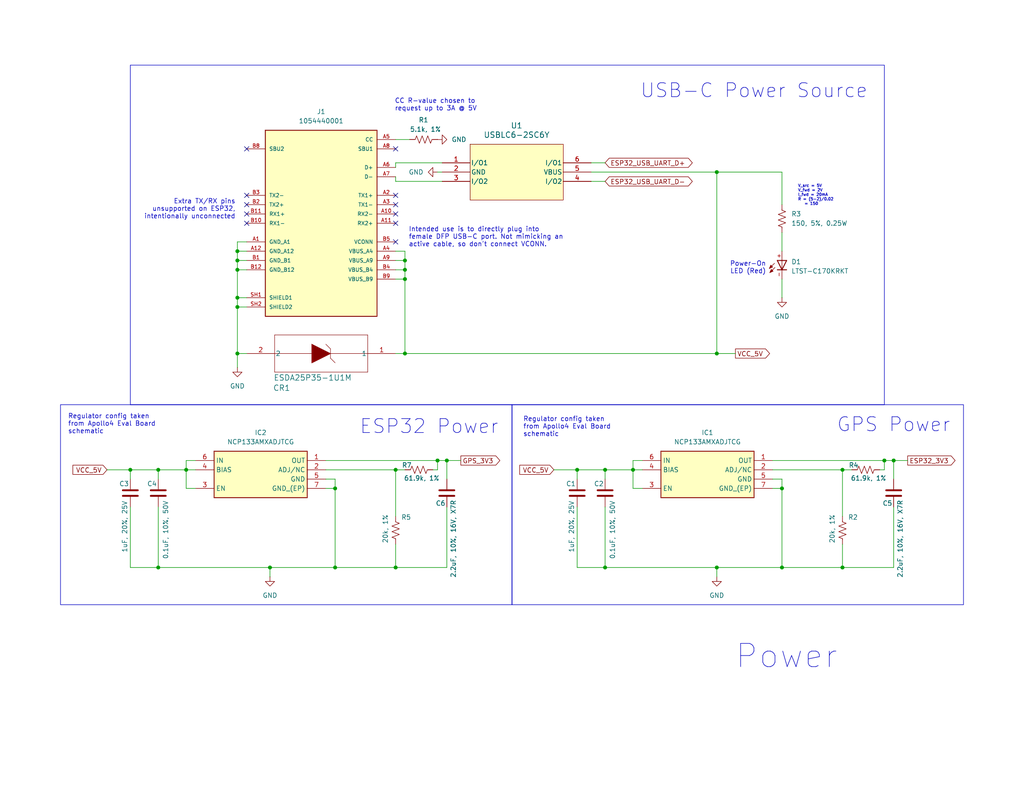
<source format=kicad_sch>
(kicad_sch (version 20231120) (generator "eeschema") (generator_version "8.0")
  (paper "USLetter")
  (title_block (title "CivicAlert") (rev "A") (company "Vanderbilt University"))
  (lib_symbols
    (symbol "1054440001:1054440001" (pin_names (offset 1.016))
      (property "Reference" "J1" (at 0 30.48 0))
      (property "Value" "1054440001" (at 0 27.94 0))
      (symbol "1054440001_0_0"
        (rectangle (start -15.24 -25.4) (end 15.24 25.4) (stroke (width 0.254)) (fill (type background)))
        (pin bidirectional line (at -20.32 2.54 0) (length 5.08) (name "RX2-") (number "A10"))
        (pin bidirectional line (at -20.32 0 0) (length 5.08) (name "RX2+") (number "A11"))
        (pin bidirectional line (at -20.32 7.62 0) (length 5.08) (name "TX1+") (number "A2"))
        (pin bidirectional line (at -20.32 5.08 0) (length 5.08) (name "TX1-") (number "A3"))
        (pin bidirectional line (at -20.32 22.86 0) (length 5.08) (name "CC") (number "A5"))
        (pin bidirectional line (at -20.32 15.24 0) (length 5.08) (name "D+") (number "A6"))
        (pin bidirectional line (at -20.32 12.7 0) (length 5.08) (name "D-") (number "A7"))
        (pin bidirectional line (at -20.32 20.32 0) (length 5.08) (name "SBU1") (number "A8"))
        (pin bidirectional line (at 20.32 0 180) (length 5.08) (name "RX1-") (number "B10"))
        (pin bidirectional line (at 20.32 2.54 180) (length 5.08) (name "RX1+") (number "B11"))
        (pin bidirectional line (at 20.32 5.08 180) (length 5.08) (name "TX2+") (number "B2"))
        (pin bidirectional line (at 20.32 7.62 180) (length 5.08) (name "TX2-") (number "B3"))
        (pin bidirectional line (at 20.32 20.32 180) (length 5.08) (name "SBU2") (number "B8"))
        (pin passive line (at 20.32 -20.32 180) (length 5.08) (name "SHIELD1") (number "SH1"))
        (pin passive line (at 20.32 -22.86 180) (length 5.08) (name "SHIELD2") (number "SH2"))
      )
      (symbol "1054440001_1_0"
        (pin power_in line (at 20.32 -5.08 180) (length 5.08) (name "GND_A1") (number "A1"))
        (pin power_in line (at 20.32 -7.62 180) (length 5.08) (name "GND_A12") (number "A12"))
        (pin power_in line (at -20.32 -7.62 0) (length 5.08) (name "VBUS_A4") (number "A4"))
        (pin power_in line (at -20.32 -10.16 0) (length 5.08) (name "VBUS_A9") (number "A9"))
        (pin power_in line (at 20.32 -10.16 180) (length 5.08) (name "GND_B1") (number "B1"))
        (pin power_in line (at 20.32 -12.7 180) (length 5.08) (name "GND_B12") (number "B12"))
        (pin power_in line (at -20.32 -12.7 0) (length 5.08) (name "VBUS_B4") (number "B4"))
        (pin bidirectional line (at -20.32 -5.08 0) (length 5.08) (name "VCONN") (number "B5"))
        (pin power_out line (at -20.32 -15.24 0) (length 5.08) (name "VBUS_B9") (number "B9"))
      )
    )
    (symbol "2024-08-09_20-20-12:ESDA25P35-1U1M" (pin_names (offset 0.254))
      (property "Reference" "CR" (at 20.32 10.16 0))
      (property "Value" "ESDA25P35-1U1M" (at 20.32 7.62 0))
      (symbol "ESDA25P35-1U1M_0_1"
        (polyline (pts (xy 7.62 -5.08) (xy 33.02 -5.08)) (stroke (width 0.127)))
        (polyline (pts (xy 7.62 0) (xy 33.02 0)) (stroke (width 0.127)))
        (polyline (pts (xy 7.62 5.08) (xy 7.62 -5.08)) (stroke (width 0.127)))
        (polyline (pts (xy 17.78 0) (xy 22.86 -2.54)) (stroke (width 0.127)))
        (polyline (pts (xy 17.78 1.27) (xy 16.51 2.54)) (stroke (width 0.127)))
        (polyline (pts (xy 17.78 1.27) (xy 17.78 -1.27)) (stroke (width 0.127)))
        (polyline (pts (xy 19.05 -2.54) (xy 17.78 -1.27)) (stroke (width 0.127)))
        (polyline (pts (xy 22.86 -2.54) (xy 22.86 2.54)) (stroke (width 0.127)))
        (polyline (pts (xy 22.86 2.54) (xy 17.78 0)) (stroke (width 0.127)))
        (polyline (pts (xy 33.02 -5.08) (xy 33.02 5.08)) (stroke (width 0.127)))
        (polyline (pts (xy 33.02 5.08) (xy 7.62 5.08)) (stroke (width 0.127)))
        (polyline (pts (xy 17.78 0) (xy 22.86 2.54) (xy 22.86 -2.54)) (fill (type outline)))
        (pin unspecified line (at 0 0 0) (length 7.62) (name "1") (number "1"))
        (pin unspecified line (at 40.64 0 180) (length 7.62) (name "2") (number "2"))
      )
    )
    (symbol "2024-08-09_21-18-38:USBLC6-2SC6Y" (pin_names (offset 0.254))
      (property "Reference" "U" (at 20.32 10.16 0))
      (property "Value" "USBLC6-2SC6Y" (at 20.32 7.62 0))
      (symbol "USBLC6-2SC6Y_0_1"
        (rectangle (start 7.62 5.08) (end 33.02 -10.16) (fill (type background)))
        (pin bidirectional line (at 0 0 0) (length 7.62) (name "I/O1") (number "1"))
        (pin power_in line (at 0 -2.54 0) (length 7.62) (name "GND") (number "2"))
        (pin bidirectional line (at 0 -5.08 0) (length 7.62) (name "I/O2") (number "3"))
        (pin bidirectional line (at 40.64 -5.08 180) (length 7.62) (name "I/O2") (number "4"))
        (pin power_in line (at 40.64 -2.54 180) (length 7.62) (name "VBUS") (number "5"))
        (pin bidirectional line (at 40.64 0 180) (length 7.62) (name "I/O1") (number "6"))
      )
    )
    (symbol "Device:C" (pin_numbers hide) (pin_names (offset 0.254))
      (property "Reference" "C" (at 0.635 2.54 0))
      (property "Value" "C" (at 0.635 -2.54 0))
      (symbol "C_0_1"
        (polyline (pts (xy -2.032 -0.762) (xy 2.032 -0.762)) (stroke (width 0.508)))
        (polyline (pts (xy -2.032 0.762) (xy 2.032 0.762)) (stroke (width 0.508)))
      )
      (symbol "C_1_1"
        (pin passive line (at 0 3.81 270) (length 2.794) (name "~") (number "1"))
        (pin passive line (at 0 -3.81 90) (length 2.794) (name "~") (number "2"))
      )
    )
    (symbol "Device:R_US" (pin_numbers hide) (pin_names (offset 0))
      (property "Reference" "R" (at 2.54 0 90))
      (property "Value" "R_US" (at -2.54 0 90))
      (symbol "R_US_0_1"
        (polyline (pts (xy 0 -2.286) (xy 0 -2.54)))
        (polyline (pts (xy 0 2.286) (xy 0 2.54)))
        (polyline (pts (xy 0 -0.762) (xy 1.016 -1.143) (xy 0 -1.524) (xy -1.016 -1.905) (xy 0 -2.286)))
        (polyline (pts (xy 0 0.762) (xy 1.016 0.381) (xy 0 0) (xy -1.016 -0.381) (xy 0 -0.762)))
        (polyline (pts (xy 0 2.286) (xy 1.016 1.905) (xy 0 1.524) (xy -1.016 1.143) (xy 0 0.762)))
      )
      (symbol "R_US_1_1"
        (pin passive line (at 0 3.81 270) (length 1.27) (name "~") (number "1"))
        (pin passive line (at 0 -3.81 90) (length 1.27) (name "~") (number "2"))
      )
    )
    (symbol "LTST-C170KRKT:LTST-C170KRKT" (pin_names (offset 1.016))
      (property "Reference" "D" (at -2.0343 4.0686 0))
      (property "Value" "LTST-C170KRKT" (at -2.0325 -5.7164 0))
      (symbol "LTST-C170KRKT_0_0"
        (polyline (pts (xy 0 -1.27) (xy 0 0)) (stroke (width 0.254)))
        (polyline (pts (xy 0 0) (xy 0 1.27)) (stroke (width 0.254)))
        (polyline (pts (xy 0 0) (xy 2.54 1.27)) (stroke (width 0.254)))
        (polyline (pts (xy 0.635 1.905) (xy -0.762 3.302)) (stroke (width 0.1524)))
        (polyline (pts (xy 1.778 2.032) (xy 0.381 3.429)) (stroke (width 0.1524)))
        (polyline (pts (xy 2.54 -1.27) (xy 0 0)) (stroke (width 0.254)))
        (polyline (pts (xy 2.54 -1.27) (xy 2.54 0)) (stroke (width 0.254)))
        (polyline (pts (xy 2.54 0) (xy 0 0)) (stroke (width 0.1524)))
        (polyline (pts (xy 2.54 0) (xy 2.54 1.27)) (stroke (width 0.254)))
        (polyline (pts (xy -0.762 3.302) (xy 0.127 2.921) (xy -0.381 2.413) (xy -0.762 3.302)) (stroke (width 0.1524)) (fill (type outline)))
        (polyline (pts (xy 0.381 3.429) (xy 1.27 3.048) (xy 0.762 2.54) (xy 0.381 3.429)) (stroke (width 0.1524)) (fill (type outline)))
        (pin passive line (at 5.08 0 180) (length 2.54) (name "~") (number "+"))
        (pin passive line (at -2.54 0 0) (length 2.54) (name "~") (number "-"))
      )
    )
    (symbol "NCP133AMXADJTCG_1"
      (property "Reference" "IC2" (at 17.78 7.62 0))
      (property "Value" "NCP133AMXADJTCG" (at 17.78 5.08 0))
      (symbol "NCP133AMXADJTCG_1_1_1"
        (rectangle (start 5.08 2.54) (end 30.48 -10.16) (stroke (width 0.254)) (fill (type background)))
        (pin power_out line (at 0 0 0) (length 5.08) (name "OUT") (number "1"))
        (pin passive line (at 0 -2.54 0) (length 5.08) (name "ADJ/NC") (number "2"))
        (pin passive line (at 35.56 -7.62 180) (length 5.08) (name "EN") (number "3"))
        (pin passive line (at 35.56 -2.54 180) (length 5.08) (name "BIAS") (number "4"))
        (pin power_in line (at 0 -5.08 0) (length 5.08) (name "GND") (number "5"))
        (pin input line (at 35.56 0 180) (length 5.08) (name "IN") (number "6"))
        (pin power_in line (at 0 -7.62 0) (length 5.08) (name "GND_(EP)") (number "7"))
      )
    )
    (symbol "power:GND" (power) (pin_numbers hide) (pin_names (offset 0) hide)
      (property "Value" "GND" (at 0 -3.81 0))
      (symbol "GND_0_1"
        (polyline (pts (xy 0 0) (xy 0 -1.27) (xy 1.27 -1.27) (xy 0 -2.54) (xy -1.27 -1.27) (xy 0 -1.27)))
      )
      (symbol "GND_1_1"
        (pin power_in line (at 0 0 270) (length 0) (name "~") (number "1"))
      )
    )
  )
  (junction (at 50.8 128.27))
  (junction (at 107.95 128.27))
  (junction (at 110.49 76.2))
  (junction (at 195.58 154.94))
  (junction (at 213.36 133.35))
  (junction (at 64.77 68.58))
  (junction (at 110.49 71.12))
  (junction (at 35.56 128.27))
  (junction (at 91.44 154.94))
  (junction (at 64.77 81.28))
  (junction (at 157.48 128.27))
  (junction (at 213.36 154.94))
  (junction (at 110.49 96.52))
  (junction (at 195.58 96.52))
  (junction (at 43.18 128.27))
  (junction (at 64.77 96.52))
  (junction (at 64.77 83.82))
  (junction (at 195.58 46.99))
  (junction (at 229.87 154.94))
  (junction (at 43.18 154.94))
  (junction (at 172.72 128.27))
  (junction (at 243.84 125.73))
  (junction (at 119.38 125.73))
  (junction (at 241.3 125.73))
  (junction (at 107.95 154.94))
  (junction (at 229.87 128.27))
  (junction (at 165.1 128.27))
  (junction (at 121.92 125.73))
  (junction (at 73.66 154.94))
  (junction (at 64.77 73.66))
  (junction (at 110.49 73.66))
  (junction (at 64.77 71.12))
  (junction (at 165.1 154.94))
  (junction (at 91.44 133.35))
  (no_connect (at 67.31 53.34))
  (no_connect (at 107.95 55.88))
  (no_connect (at 67.31 58.42))
  (no_connect (at 67.31 60.96))
  (no_connect (at 107.95 53.34))
  (no_connect (at 107.95 40.64))
  (no_connect (at 107.95 60.96))
  (no_connect (at 107.95 66.04))
  (no_connect (at 67.31 40.64))
  (no_connect (at 107.95 58.42))
  (no_connect (at 67.31 55.88))
  (wire (pts (xy 151.13 128.27) (xy 157.48 128.27)))
  (wire (pts (xy 64.77 73.66) (xy 64.77 81.28)))
  (wire (pts (xy 229.87 128.27) (xy 232.41 128.27)))
  (wire (pts (xy 64.77 73.66) (xy 67.31 73.66)))
  (wire (pts (xy 43.18 128.27) (xy 50.8 128.27)))
  (wire (pts (xy 119.38 125.73) (xy 121.92 125.73)))
  (wire (pts (xy 64.77 83.82) (xy 67.31 83.82)))
  (wire (pts (xy 210.82 128.27) (xy 229.87 128.27)))
  (wire (pts (xy 213.36 76.2) (xy 213.36 81.28)))
  (wire (pts (xy 53.34 125.73) (xy 50.8 125.73)))
  (wire (pts (xy 43.18 128.27) (xy 43.18 130.81)))
  (wire (pts (xy 53.34 133.35) (xy 50.8 133.35)))
  (wire (pts (xy 110.49 96.52) (xy 107.95 96.52)))
  (wire (pts (xy 165.1 154.94) (xy 165.1 138.43)))
  (wire (pts (xy 91.44 133.35) (xy 91.44 154.94)))
  (wire (pts (xy 229.87 128.27) (xy 229.87 140.97)))
  (wire (pts (xy 64.77 68.58) (xy 67.31 68.58)))
  (wire (pts (xy 119.38 46.99) (xy 120.65 46.99)))
  (wire (pts (xy 243.84 154.94) (xy 229.87 154.94)))
  (wire (pts (xy 107.95 48.26) (xy 107.95 49.53)))
  (wire (pts (xy 213.36 154.94) (xy 229.87 154.94)))
  (wire (pts (xy 229.87 148.59) (xy 229.87 154.94)))
  (wire (pts (xy 107.95 45.72) (xy 107.95 44.45)))
  (wire (pts (xy 213.36 130.81) (xy 213.36 133.35)))
  (wire (pts (xy 91.44 154.94) (xy 107.95 154.94)))
  (wire (pts (xy 243.84 125.73) (xy 243.84 130.81)))
  (wire (pts (xy 210.82 125.73) (xy 241.3 125.73)))
  (wire (pts (xy 161.29 46.99) (xy 195.58 46.99)))
  (wire (pts (xy 213.36 133.35) (xy 213.36 154.94)))
  (wire (pts (xy 110.49 76.2) (xy 110.49 96.52)))
  (wire (pts (xy 107.95 49.53) (xy 120.65 49.53)))
  (wire (pts (xy 172.72 125.73) (xy 172.72 128.27)))
  (wire (pts (xy 195.58 154.94) (xy 165.1 154.94)))
  (wire (pts (xy 110.49 73.66) (xy 110.49 76.2)))
  (wire (pts (xy 157.48 154.94) (xy 165.1 154.94)))
  (wire (pts (xy 64.77 96.52) (xy 67.31 96.52)))
  (wire (pts (xy 110.49 71.12) (xy 110.49 73.66)))
  (wire (pts (xy 50.8 133.35) (xy 50.8 128.27)))
  (wire (pts (xy 241.3 125.73) (xy 241.3 128.27)))
  (wire (pts (xy 107.95 128.27) (xy 110.49 128.27)))
  (wire (pts (xy 175.26 133.35) (xy 172.72 133.35)))
  (wire (pts (xy 240.03 128.27) (xy 241.3 128.27)))
  (wire (pts (xy 107.95 73.66) (xy 110.49 73.66)))
  (wire (pts (xy 175.26 125.73) (xy 172.72 125.73)))
  (wire (pts (xy 213.36 63.5) (xy 213.36 68.58)))
  (wire (pts (xy 213.36 133.35) (xy 210.82 133.35)))
  (wire (pts (xy 161.29 49.53) (xy 165.1 49.53)))
  (wire (pts (xy 118.11 128.27) (xy 119.38 128.27)))
  (wire (pts (xy 110.49 68.58) (xy 110.49 71.12)))
  (wire (pts (xy 35.56 128.27) (xy 35.56 130.81)))
  (wire (pts (xy 110.49 96.52) (xy 195.58 96.52)))
  (wire (pts (xy 243.84 138.43) (xy 243.84 154.94)))
  (wire (pts (xy 50.8 128.27) (xy 53.34 128.27)))
  (wire (pts (xy 35.56 154.94) (xy 43.18 154.94)))
  (wire (pts (xy 29.21 128.27) (xy 35.56 128.27)))
  (wire (pts (xy 210.82 130.81) (xy 213.36 130.81)))
  (wire (pts (xy 157.48 128.27) (xy 157.48 130.81)))
  (wire (pts (xy 64.77 66.04) (xy 64.77 68.58)))
  (wire (pts (xy 88.9 125.73) (xy 119.38 125.73)))
  (wire (pts (xy 107.95 44.45) (xy 120.65 44.45)))
  (wire (pts (xy 195.58 46.99) (xy 213.36 46.99)))
  (wire (pts (xy 195.58 96.52) (xy 195.58 46.99)))
  (wire (pts (xy 195.58 154.94) (xy 195.58 157.48)))
  (wire (pts (xy 119.38 125.73) (xy 119.38 128.27)))
  (wire (pts (xy 195.58 96.52) (xy 200.66 96.52)))
  (wire (pts (xy 107.95 128.27) (xy 107.95 140.97)))
  (wire (pts (xy 64.77 71.12) (xy 67.31 71.12)))
  (wire (pts (xy 64.77 81.28) (xy 67.31 81.28)))
  (wire (pts (xy 107.95 71.12) (xy 110.49 71.12)))
  (wire (pts (xy 161.29 44.45) (xy 165.1 44.45)))
  (wire (pts (xy 107.95 68.58) (xy 110.49 68.58)))
  (wire (pts (xy 107.95 38.1) (xy 111.76 38.1)))
  (wire (pts (xy 43.18 154.94) (xy 43.18 138.43)))
  (wire (pts (xy 64.77 71.12) (xy 64.77 73.66)))
  (wire (pts (xy 121.92 138.43) (xy 121.92 154.94)))
  (wire (pts (xy 121.92 125.73) (xy 121.92 130.81)))
  (wire (pts (xy 213.36 46.99) (xy 213.36 55.88)))
  (wire (pts (xy 157.48 138.43) (xy 157.48 154.94)))
  (wire (pts (xy 64.77 81.28) (xy 64.77 83.82)))
  (wire (pts (xy 157.48 128.27) (xy 165.1 128.27)))
  (wire (pts (xy 107.95 148.59) (xy 107.95 154.94)))
  (wire (pts (xy 73.66 154.94) (xy 43.18 154.94)))
  (wire (pts (xy 88.9 128.27) (xy 107.95 128.27)))
  (wire (pts (xy 107.95 76.2) (xy 110.49 76.2)))
  (wire (pts (xy 165.1 128.27) (xy 165.1 130.81)))
  (wire (pts (xy 172.72 133.35) (xy 172.72 128.27)))
  (wire (pts (xy 88.9 130.81) (xy 91.44 130.81)))
  (wire (pts (xy 35.56 128.27) (xy 43.18 128.27)))
  (wire (pts (xy 73.66 154.94) (xy 91.44 154.94)))
  (wire (pts (xy 91.44 133.35) (xy 88.9 133.35)))
  (wire (pts (xy 243.84 125.73) (xy 247.65 125.73)))
  (wire (pts (xy 64.77 83.82) (xy 64.77 96.52)))
  (wire (pts (xy 50.8 125.73) (xy 50.8 128.27)))
  (wire (pts (xy 73.66 154.94) (xy 73.66 157.48)))
  (wire (pts (xy 195.58 154.94) (xy 213.36 154.94)))
  (wire (pts (xy 172.72 128.27) (xy 175.26 128.27)))
  (wire (pts (xy 64.77 96.52) (xy 64.77 100.33)))
  (wire (pts (xy 165.1 128.27) (xy 172.72 128.27)))
  (wire (pts (xy 121.92 125.73) (xy 125.73 125.73)))
  (wire (pts (xy 241.3 125.73) (xy 243.84 125.73)))
  (wire (pts (xy 64.77 68.58) (xy 64.77 71.12)))
  (wire (pts (xy 91.44 130.81) (xy 91.44 133.35)))
  (wire (pts (xy 121.92 154.94) (xy 107.95 154.94)))
  (wire (pts (xy 67.31 66.04) (xy 64.77 66.04)))
  (wire (pts (xy 35.56 138.43) (xy 35.56 154.94)))
  (rectangle (start 35.56 17.78) (end 241.3 110.49))
  (rectangle (start 139.7 110.49) (end 262.89 165.1))
  (rectangle (start 16.51 110.49) (end 139.7 165.1))
  (text "Intended use is to directly plug into\nfemale DFP USB-C port. Not mimicking an\nactive cable, so don't connect VCONN." (at 111.506 64.77 0) (effects (font (size 1.27 1.27)) (justify left)))
  (text "Regulator config taken\nfrom Apollo4 Eval Board\nschematic" (at 142.748 116.586 0) (effects (font (size 1.27 1.27)) (justify left)))
  (text "Power" (at 214.63 179.324 0) (effects (font (size 6.35 6.35))))
  (text "CC R-value chosen to\nrequest up to 3A @ 5V" (at 107.696 28.702 0) (effects (font (size 1.27 1.27)) (justify left)))
  (text "GPS Power" (at 243.84 116.078 0) (effects (font (size 3.81 3.81))))
  (text "ESP32 Power" (at 117.094 116.586 0) (effects (font (size 3.81 3.81))))
  (text "V_src = 5V\nV_fwd = 2V\nI_fwd = 20mA\nR = (5-2)/0.02\n   = 150" (at 217.678 53.34 0) (effects (font (size 0.762 0.762)) (justify left)))
  (text "Extra TX/RX pins\nunsupported on ESP32,\nintentionally unconnected" (at 64.262 57.15 0) (effects (font (size 1.27 1.27)) (justify right)))
  (text "USB-C Power Source" (at 205.74 24.892 0) (effects (font (size 3.81 3.81))))
  (text "Power-On\nLED (Red)" (at 209.042 73.152 0) (effects (font (size 1.27 1.27)) (justify right)))
  (text "Regulator config taken\nfrom Apollo4 Eval Board\nschematic" (at 18.542 115.824 0) (effects (font (size 1.27 1.27)) (justify left)))
  (global_label "GPS_3V3" (shape output) (at 125.73 125.73 0) (property "Intersheetrefs" "${INTERSHEET_REFS}" (effects (hide yes))))
  (global_label "ESP32_USB_UART_D+" (shape bidirectional) (at 165.1 44.45 0) (property "Intersheetrefs" "${INTERSHEET_REFS}" (effects (hide yes))))
  (global_label "ESP32_USB_UART_D-" (shape bidirectional) (at 165.1 49.53 0) (property "Intersheetrefs" "${INTERSHEET_REFS}" (effects (hide yes))))
  (global_label "VCC_5V" (shape input) (at 151.13 128.27 180) (property "Intersheetrefs" "${INTERSHEET_REFS}" (effects (hide yes))))
  (global_label "VCC_5V" (shape output) (at 200.66 96.52 0) (property "Intersheetrefs" "${INTERSHEET_REFS}" (effects (hide yes))))
  (global_label "ESP32_3V3" (shape output) (at 247.65 125.73 0) (property "Intersheetrefs" "${INTERSHEET_REFS}" (effects (hide yes))))
  (global_label "VCC_5V" (shape input) (at 29.21 128.27 180) (property "Intersheetrefs" "${INTERSHEET_REFS}" (effects (hide yes))))
  (symbol (lib_id "2024-08-09_20-20-12:ESDA25P35-1U1M") (at 107.95 96.52 180) (unit 1)
    (property "Reference" "CR1" (at 79.248 105.918 0) (effects (font (size 1.524 1.524)) (justify left)))
    (property "Value" "ESDA25P35-1U1M" (at 96.012 103.124 0) (effects (font (size 1.524 1.524)) (justify left)))
    (property "Footprint" "QFN1610_STM" (effects (hide yes)))
    (property "Datasheet" "ESDA25P35-1U1M" (effects (hide yes)))
  )
  (symbol (lib_id "power:GND") (at 119.38 46.99 270) (unit 1)
    (property "Reference" "#PWR02" (effects (hide yes)))
    (property "Value" "GND" (at 115.57 46.9899 90) (effects (justify right)))
    (property "Description" "Power symbol creates a global label with name \"GND\" , ground" (effects (hide yes)))
  )
  (symbol (lib_id "Device:C") (at 165.1 134.62 0) (unit 1)
    (property "Reference" "C2" (at 162.052 132.08 0) (effects (justify left)))
    (property "Value" "0.1uF, 10%, 50V" (at 167.132 152.654 90) (effects (justify left)))
    (property "Description" "Unpolarized capacitor" (effects (hide yes)))
  )
  (symbol (lib_id "Device:R_US") (at 114.3 128.27 270) (unit 1)
    (property "Reference" "R7" (at 110.998 127 90))
    (property "Value" "61.9k, 1%" (at 115.062 130.556 90))
    (property "Description" "Resistor, US symbol" (effects (hide yes)))
  )
  (symbol (lib_id "Device:C") (at 157.48 134.62 0) (unit 1)
    (property "Reference" "C1" (at 154.432 132.08 0) (effects (justify left)))
    (property "Value" "1uF, 20%, 25V" (at 155.956 150.876 90) (effects (justify left)))
    (property "Description" "Unpolarized capacitor" (effects (hide yes)))
  )
  (symbol (lib_id "Device:R_US") (at 236.22 128.27 270) (unit 1)
    (property "Reference" "R4" (at 232.918 127 90))
    (property "Value" "61.9k, 1%" (at 236.982 130.556 90))
    (property "Description" "Resistor, US symbol" (effects (hide yes)))
  )
  (symbol (lib_id "2024-08-09_21-18-38:USBLC6-2SC6Y") (at 120.65 44.45 0) (unit 1)
    (property "Reference" "U1" (at 140.97 34.29 0) (effects (font (size 1.524 1.524))))
    (property "Value" "USBLC6-2SC6Y" (at 140.97 36.83 0) (effects (font (size 1.524 1.524))))
    (property "Footprint" "SOT23-6L_STM" (effects (hide yes)))
    (property "Datasheet" "USBLC6-2SC6Y" (effects (hide yes)))
  )
  (symbol (lib_id "Device:C") (at 121.92 134.62 0) (unit 1)
    (property "Reference" "C6" (at 118.872 137.414 0) (effects (justify left)))
    (property "Value" "2.2uF, 10%, 16V, X7R" (at 123.698 157.734 90) (effects (justify left)))
    (property "Description" "Unpolarized capacitor" (effects (hide yes)))
  )
  (symbol (lib_id "LTST-C170KRKT:LTST-C170KRKT") (at 213.36 73.66 90) (unit 1)
    (property "Reference" "D1" (at 215.9 71.4755 90) (effects (justify right)))
    (property "Value" "LTST-C170KRKT" (at 215.9 74.0155 90) (effects (justify right)))
    (property "Footprint" "LTST-C170KRKT:DIOC200X125X110" (effects (hide yes)))
    (property "DigiKey_Part_Number" "160-1415-2-ND" (effects (hide yes)))
    (property "SnapEDA_Link" "https://www.snapeda.com/parts/LTST-C170KRKT/Lite-On/view-part/?ref=snap" (effects (hide yes)))
    (property "Description_1" "\n                        \n                            Red 631nm LED Indication - Discrete 2V 0805 (2012 Metric)\n                        \n" (effects (hide yes)))
    (property "Package" "0805 Lite-On" (effects (hide yes)))
    (property "Check_prices" "https://www.snapeda.com/parts/LTST-C170KRKT/Lite-On/view-part/?ref=eda" (effects (hide yes)))
    (property "MF" "Lite-On Inc." (effects (hide yes)))
    (property "MP" "LTST-C170KRKT" (effects (hide yes)))
    (property "MANUFACTURER" "LiteOn" (effects (hide yes)))
  )
  (symbol (lib_id "power:GND") (at 213.36 81.28 0) (unit 1)
    (property "Reference" "#PWR05" (effects (hide yes)))
    (property "Value" "GND" (at 213.36 86.36 0))
    (property "Description" "Power symbol creates a global label with name \"GND\" , ground" (effects (hide yes)))
  )
  (symbol (lib_id "power:GND") (at 64.77 100.33 0) (unit 1)
    (property "Reference" "#PWR01" (effects (hide yes)))
    (property "Value" "GND" (at 64.77 105.41 0))
    (property "Description" "Power symbol creates a global label with name \"GND\" , ground" (effects (hide yes)))
  )
  (symbol (lib_id "Device:C") (at 243.84 134.62 0) (unit 1)
    (property "Reference" "C5" (at 240.792 137.414 0) (effects (justify left)))
    (property "Value" "2.2uF, 10%, 16V, X7R" (at 245.618 157.734 90) (effects (justify left)))
    (property "Description" "Unpolarized capacitor" (effects (hide yes)))
  )
  (symbol (lib_id "Device:R_US") (at 115.57 38.1 270) (unit 1)
    (property "Reference" "R1" (at 115.57 32.766 90))
    (property "Value" "5.1k, 1%" (at 116.078 35.306 90))
    (property "Description" "Resistor, US symbol" (effects (hide yes)))
  )
  (symbol (lib_name "NCP133AMXADJTCG_1") (lib_id "NCP133AMXADJTCG:NCP133AMXADJTCG") (at 210.82 125.73 0) (mirror y) (unit 1)
    (property "Reference" "IC1" (at 193.04 118.11 0))
    (property "Value" "NCP133AMXADJTCG" (at 193.04 120.65 0))
    (property "Footprint" "NCP133AMX110TCG" (effects (hide yes)))
    (property "Datasheet" "http://www.onsemi.com/pub/Collateral/NCP133-D.PDF" (effects (hide yes)))
    (property "Description" "ON Semiconductor NCP133AMXADJTCG, LDO Voltage Regulator Controller, 1A Adjustable, 0.8  3.6 V, +/-1.5% 6-Pin, XDFN" (effects (hide yes)))
    (property "Height" "0" (effects (hide yes)))
    (property "Mouser Part Number" "863-NCP133AMXADJTCG" (effects (hide yes)))
    (property "Mouser Price/Stock" "https://www.mouser.co.uk/ProductDetail/onsemi/NCP133AMXADJTCG?qs=7lMtFQ21GD%2Fb0CQ5YAVOhw%3D%3D" (effects (hide yes)))
    (property "Manufacturer_Name" "onsemi" (effects (hide yes)))
    (property "Manufacturer_Part_Number" "NCP133AMXADJTCG" (effects (hide yes)))
  )
  (symbol (lib_id "Device:R_US") (at 107.95 144.78 0) (unit 1)
    (property "Reference" "R5" (at 109.474 141.224 0) (effects (justify left)))
    (property "Value" "20k, 1%" (at 105.156 148.336 90) (effects (justify left)))
    (property "Description" "Resistor, US symbol" (effects (hide yes)))
  )
  (symbol (lib_id "Device:C") (at 43.18 134.62 0) (unit 1)
    (property "Reference" "C4" (at 40.132 132.08 0) (effects (justify left)))
    (property "Value" "0.1uF, 10%, 50V" (at 45.212 152.654 90) (effects (justify left)))
    (property "Description" "Unpolarized capacitor" (effects (hide yes)))
  )
  (symbol (lib_id "Device:C") (at 35.56 134.62 0) (unit 1)
    (property "Reference" "C3" (at 32.512 132.08 0) (effects (justify left)))
    (property "Value" "1uF, 20%, 25V" (at 34.036 150.876 90) (effects (justify left)))
    (property "Description" "Unpolarized capacitor" (effects (hide yes)))
  )
  (symbol (lib_id "power:GND") (at 119.38 38.1 90) (unit 1)
    (property "Reference" "#PWR03" (effects (hide yes)))
    (property "Value" "GND" (at 123.19 38.0999 90) (effects (justify right)))
    (property "Description" "Power symbol creates a global label with name \"GND\" , ground" (effects (hide yes)))
  )
  (symbol (lib_id "power:GND") (at 195.58 157.48 0) (unit 1)
    (property "Reference" "#PWR04" (effects (hide yes)))
    (property "Value" "GND" (at 195.58 162.56 0))
    (property "Description" "Power symbol creates a global label with name \"GND\" , ground" (effects (hide yes)))
  )
  (symbol (lib_name "NCP133AMXADJTCG_1") (lib_id "NCP133AMXADJTCG:NCP133AMXADJTCG") (at 88.9 125.73 0) (mirror y) (unit 1)
    (property "Reference" "IC2" (at 71.12 118.11 0))
    (property "Value" "NCP133AMXADJTCG" (at 71.12 120.65 0))
    (property "Footprint" "NCP133AMX110TCG" (effects (hide yes)))
    (property "Datasheet" "http://www.onsemi.com/pub/Collateral/NCP133-D.PDF" (effects (hide yes)))
    (property "Description" "ON Semiconductor NCP133AMXADJTCG, LDO Voltage Regulator Controller, 1A Adjustable, 0.8  3.6 V, +/-1.5% 6-Pin, XDFN" (effects (hide yes)))
    (property "Height" "0" (effects (hide yes)))
    (property "Mouser Part Number" "863-NCP133AMXADJTCG" (effects (hide yes)))
    (property "Mouser Price/Stock" "https://www.mouser.co.uk/ProductDetail/onsemi/NCP133AMXADJTCG?qs=7lMtFQ21GD%2Fb0CQ5YAVOhw%3D%3D" (effects (hide yes)))
    (property "Manufacturer_Name" "onsemi" (effects (hide yes)))
    (property "Manufacturer_Part_Number" "NCP133AMXADJTCG" (effects (hide yes)))
  )
  (symbol (lib_id "Device:R_US") (at 213.36 59.69 0) (unit 1)
    (property "Reference" "R3" (at 215.9 58.4199 0) (effects (justify left)))
    (property "Value" "150, 5%, 0.25W" (at 215.9 60.9599 0) (effects (justify left)))
    (property "Description" "Resistor, US symbol" (effects (hide yes)))
  )
  (symbol (lib_id "1054440001:1054440001") (at 87.63 60.96 0) (mirror y) (unit 1)
    (property "Reference" "J1" (at 87.63 30.48 0))
    (property "Value" "1054440001" (at 87.63 33.02 0))
    (property "Footprint" "1054440001:MOLEX_1054440001" (effects (hide yes)))
    (property "DigiKey_Part_Number" "WM12855-ND" (effects (hide yes)))
    (property "SnapEDA_Link" "https://www.snapeda.com/parts/1054440001/Molex/view-part/?ref=snap" (effects (hide yes)))
    (property "OPTION" "MOLEX_CONFIG" (effects (hide yes)))
    (property "Package" "None" (effects (hide yes)))
    (property "Check_prices" "https://www.snapeda.com/parts/1054440001/Molex/view-part/?ref=eda" (effects (hide yes)))
    (property "STANDARD" "Manufacturer Recommendations" (effects (hide yes)))
    (property "PARTREV" "C2" (effects (hide yes)))
    (property "MF" "Molex" (effects (hide yes)))
    (property "MP" "1054440001" (effects (hide yes)))
    (property "Description_1" "\n                        \n                            USB-C (USB TYPE-C) USB 3.2 Gen 2 (USB 3.1 Gen 2, Superspeed + (USB 3.1)) Plug Connector 24 Position Board Edge, Straddle Mount\n                        \n" (effects (hide yes)))
    (property "MANUFACTURER" "Molex" (effects (hide yes)))
    (property "MAXIMUM_PACKAGE_HEIGHT" "3.84mm" (effects (hide yes)))
  )
  (symbol (lib_id "Device:R_US") (at 229.87 144.78 0) (unit 1)
    (property "Reference" "R2" (at 231.394 141.224 0) (effects (justify left)))
    (property "Value" "20k, 1%" (at 227.076 148.336 90) (effects (justify left)))
    (property "Description" "Resistor, US symbol" (effects (hide yes)))
  )
  (symbol (lib_id "power:GND") (at 73.66 157.48 0) (unit 1)
    (property "Reference" "#PWR07" (effects (hide yes)))
    (property "Value" "GND" (at 73.66 162.56 0))
    (property "Description" "Power symbol creates a global label with name \"GND\" , ground" (effects (hide yes)))
  )
)
</source>
